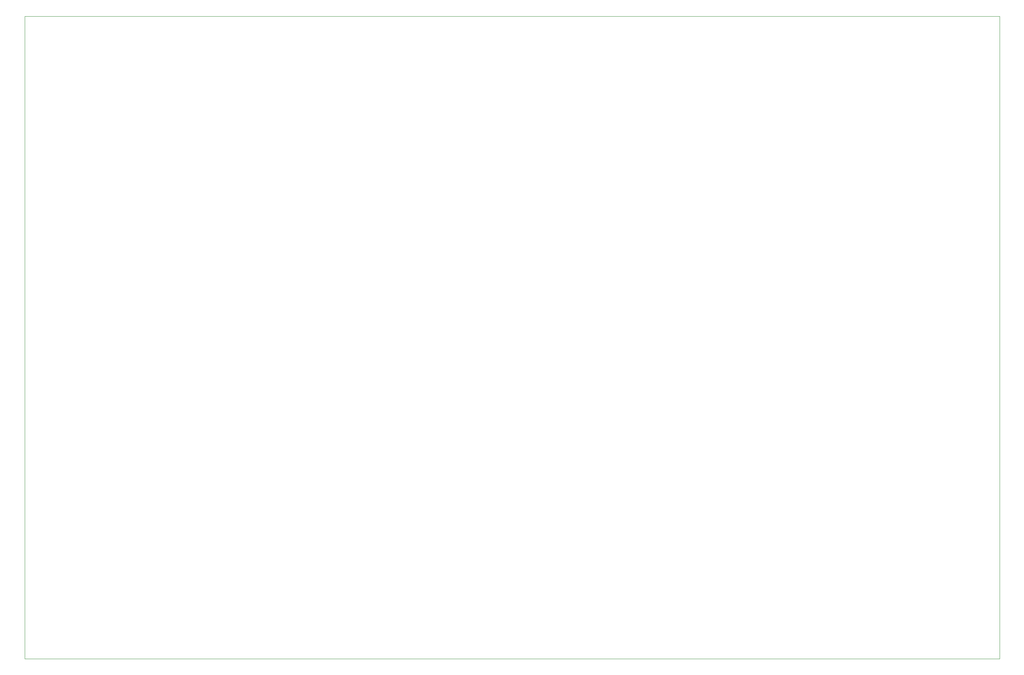
<source format=gbr>
%TF.GenerationSoftware,KiCad,Pcbnew,8.0.8*%
%TF.CreationDate,2025-05-17T22:55:18-04:00*%
%TF.ProjectId,amp board,616d7020-626f-4617-9264-2e6b69636164,rev?*%
%TF.SameCoordinates,Original*%
%TF.FileFunction,Profile,NP*%
%FSLAX46Y46*%
G04 Gerber Fmt 4.6, Leading zero omitted, Abs format (unit mm)*
G04 Created by KiCad (PCBNEW 8.0.8) date 2025-05-17 22:55:18*
%MOMM*%
%LPD*%
G01*
G04 APERTURE LIST*
%TA.AperFunction,Profile*%
%ADD10C,0.100000*%
%TD*%
G04 APERTURE END LIST*
D10*
X201778000Y-176124000D02*
X425298000Y-176124000D01*
X425298000Y-323444000D01*
X201778000Y-323444000D01*
X201778000Y-176124000D01*
M02*

</source>
